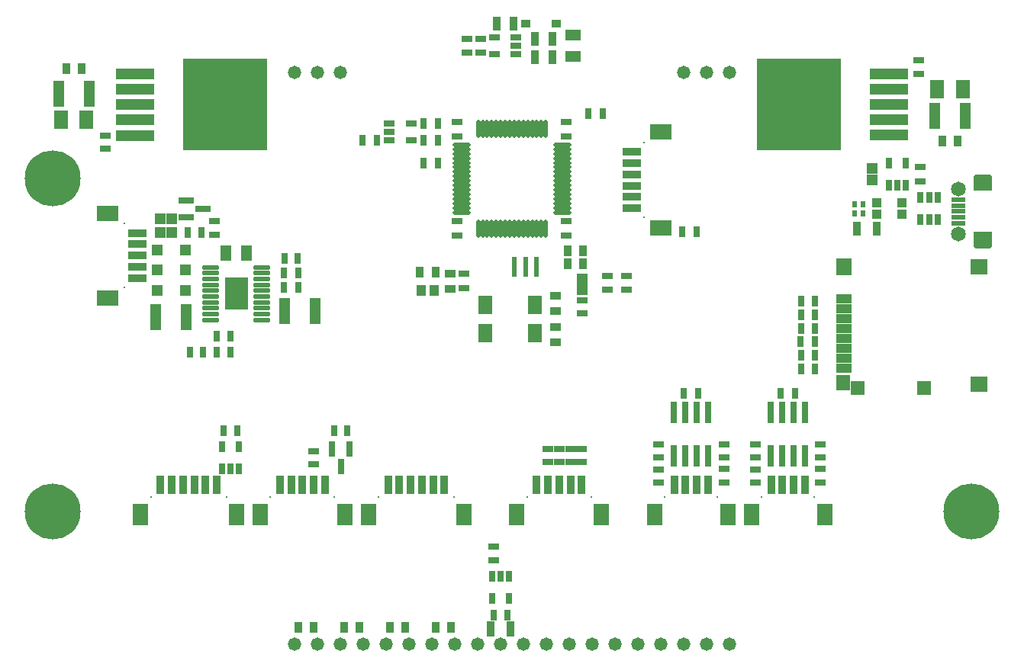
<source format=gbs>
G04 Layer_Color=16711935*
%FSLAX44Y44*%
%MOMM*%
G71*
G01*
G75*
%ADD82R,0.7532X1.1532*%
%ADD83C,1.4732*%
%ADD84C,6.2032*%
%ADD85C,0.2032*%
%ADD86C,1.6532*%
G04:AMPARAMS|DCode=87|XSize=1.2032mm|YSize=2.1032mm|CornerRadius=0.3516mm|HoleSize=0mm|Usage=FLASHONLY|Rotation=270.000|XOffset=0mm|YOffset=0mm|HoleType=Round|Shape=RoundedRectangle|*
%AMROUNDEDRECTD87*
21,1,1.2032,1.4000,0,0,270.0*
21,1,0.5000,2.1032,0,0,270.0*
1,1,0.7032,-0.7000,-0.2500*
1,1,0.7032,-0.7000,0.2500*
1,1,0.7032,0.7000,0.2500*
1,1,0.7032,0.7000,-0.2500*
%
%ADD87ROUNDEDRECTD87*%
%ADD88R,1.8032X2.4032*%
%ADD89R,0.9032X2.0032*%
%ADD90R,2.1032X1.2032*%
%ADD91R,1.5532X0.6032*%
%ADD92R,1.7032X1.0032*%
%ADD93R,1.5032X1.4932*%
%ADD94R,1.5032X1.8032*%
%ADD95R,1.7032X1.9032*%
%ADD96R,1.9032X1.7032*%
%ADD97R,2.0032X0.9032*%
%ADD98R,2.4032X1.8032*%
%ADD99R,0.6032X2.3032*%
%ADD100R,1.1532X0.7532*%
%ADD101R,1.1532X0.7032*%
%ADD102R,0.8032X2.4032*%
%ADD103R,0.7032X1.1532*%
%ADD104R,0.8032X1.3032*%
%ADD105R,0.8032X1.2532*%
%ADD106R,1.1032X1.1032*%
%ADD107R,0.9532X1.5032*%
%ADD108R,0.6032X0.8032*%
%ADD109R,1.2032X1.2032*%
%ADD110R,0.8532X1.2532*%
%ADD111R,1.1532X3.0032*%
%ADD112R,1.5032X2.0032*%
%ADD113R,9.3032X10.2532*%
%ADD114R,4.3532X1.2032*%
%ADD115R,1.7532X1.1532*%
%ADD116R,0.9032X1.6032*%
%ADD117R,1.2532X0.8032*%
%ADD118R,1.0032X0.8532*%
%ADD119O,0.5032X2.0032*%
%ADD120O,2.0032X0.5032*%
%ADD121R,1.2532X0.8532*%
%ADD122R,1.5032X2.1032*%
%ADD123R,1.1032X1.2532*%
%ADD124O,1.9032X0.5532*%
%ADD125R,2.6032X3.6032*%
%ADD126R,1.1532X1.7532*%
%ADD127R,1.2032X1.3032*%
%ADD128R,1.7032X0.7532*%
%ADD129R,1.2032X1.2032*%
%ADD130R,0.7532X1.7032*%
%ADD131R,0.9532X1.6532*%
D82*
X205000Y141000D02*
D03*
X189000D02*
D03*
X314250Y-38750D02*
D03*
X298250D02*
D03*
X206750D02*
D03*
X190750D02*
D03*
X320500Y18600D02*
D03*
X336500D02*
D03*
X101000Y272000D02*
D03*
X85000D02*
D03*
X-98500Y217500D02*
D03*
X-82500D02*
D03*
Y242500D02*
D03*
X-98500D02*
D03*
Y261500D02*
D03*
X-82500D02*
D03*
X-149500Y242500D02*
D03*
X-165500D02*
D03*
X-237000Y78750D02*
D03*
X-253000D02*
D03*
X-237000Y95000D02*
D03*
X-253000D02*
D03*
X-312000Y25000D02*
D03*
X-328000D02*
D03*
D83*
X241300Y317500D02*
D03*
X215900D02*
D03*
X190500D02*
D03*
X-190500D02*
D03*
X-215900D02*
D03*
X-241300D02*
D03*
Y-317500D02*
D03*
X-215900D02*
D03*
X-190500D02*
D03*
X-165100D02*
D03*
X-139700D02*
D03*
X-114300D02*
D03*
X-88900D02*
D03*
X-63500D02*
D03*
X-38100D02*
D03*
X-12700D02*
D03*
X12700D02*
D03*
X38100D02*
D03*
X63500D02*
D03*
X88900D02*
D03*
X114300D02*
D03*
X139700D02*
D03*
X165100D02*
D03*
X190500D02*
D03*
X215900D02*
D03*
X241300D02*
D03*
D84*
X-510000Y200000D02*
D03*
Y-170000D02*
D03*
X510000D02*
D03*
D85*
X277000Y-154000D02*
D03*
X335500D02*
D03*
X169500D02*
D03*
X228000D02*
D03*
X-317000D02*
D03*
X-400500D02*
D03*
X-268000D02*
D03*
X-197000D02*
D03*
X-64500D02*
D03*
X-148000D02*
D03*
X146550Y240150D02*
D03*
Y156650D02*
D03*
X17000Y-154000D02*
D03*
X88000D02*
D03*
X-430000Y150000D02*
D03*
Y79000D02*
D03*
D86*
X495250Y188500D02*
D03*
Y138500D02*
D03*
D87*
X522250Y128500D02*
D03*
Y198500D02*
D03*
D88*
X265500Y-173000D02*
D03*
X347000D02*
D03*
X158000D02*
D03*
X239500D02*
D03*
X-305500D02*
D03*
X-412000D02*
D03*
X-279500D02*
D03*
X-185500D02*
D03*
X-53000D02*
D03*
X-159500D02*
D03*
X5500D02*
D03*
X99500D02*
D03*
D89*
X325000Y-140000D02*
D03*
X312500D02*
D03*
X300000D02*
D03*
X287500D02*
D03*
X217500D02*
D03*
X205000D02*
D03*
X192500D02*
D03*
X180000D02*
D03*
X-377500D02*
D03*
X-365000D02*
D03*
X-352500D02*
D03*
X-340000D02*
D03*
X-327500D02*
D03*
X-390000D02*
D03*
X-207500D02*
D03*
X-220000D02*
D03*
X-232500D02*
D03*
X-245000D02*
D03*
X-257500D02*
D03*
X-125000D02*
D03*
X-112500D02*
D03*
X-100000D02*
D03*
X-87500D02*
D03*
X-75000D02*
D03*
X-137500D02*
D03*
X77500D02*
D03*
X65000D02*
D03*
X52500D02*
D03*
X40000D02*
D03*
X27500D02*
D03*
D90*
X522250Y134750D02*
D03*
Y192250D02*
D03*
D91*
X495250Y176500D02*
D03*
Y170000D02*
D03*
Y163500D02*
D03*
Y157000D02*
D03*
Y150500D02*
D03*
D92*
X368500Y-10900D02*
D03*
Y100D02*
D03*
Y11100D02*
D03*
Y22100D02*
D03*
Y33100D02*
D03*
Y44100D02*
D03*
Y55100D02*
D03*
Y66100D02*
D03*
D93*
X383500Y-32500D02*
D03*
X457500D02*
D03*
D94*
X367500Y-26400D02*
D03*
D95*
X368500Y101600D02*
D03*
D96*
X518000D02*
D03*
Y-28300D02*
D03*
D97*
X132550Y179650D02*
D03*
Y192150D02*
D03*
Y204650D02*
D03*
Y217150D02*
D03*
Y229650D02*
D03*
Y167150D02*
D03*
X-416000Y89500D02*
D03*
Y102000D02*
D03*
Y114500D02*
D03*
Y127000D02*
D03*
Y139500D02*
D03*
D98*
X165550Y251650D02*
D03*
Y145150D02*
D03*
X-449000Y161500D02*
D03*
Y67500D02*
D03*
D99*
X27000Y102000D02*
D03*
X15000D02*
D03*
X3000D02*
D03*
D100*
X342500Y-138000D02*
D03*
Y-122000D02*
D03*
X235000Y-138000D02*
D03*
Y-122000D02*
D03*
X453190Y196850D02*
D03*
Y212850D02*
D03*
X-35000Y339500D02*
D03*
Y355500D02*
D03*
X-50000Y339500D02*
D03*
Y355500D02*
D03*
X60500Y247000D02*
D03*
Y263000D02*
D03*
X-60500Y263000D02*
D03*
Y247000D02*
D03*
X60500Y137000D02*
D03*
Y153000D02*
D03*
X-60500Y153000D02*
D03*
Y137000D02*
D03*
X-53500Y94000D02*
D03*
Y78000D02*
D03*
D101*
X342500Y-95000D02*
D03*
Y-110000D02*
D03*
X270000Y-123000D02*
D03*
Y-138000D02*
D03*
X270000Y-95000D02*
D03*
Y-110000D02*
D03*
X235000Y-95000D02*
D03*
Y-110000D02*
D03*
X162500Y-123000D02*
D03*
Y-138000D02*
D03*
X162500Y-95000D02*
D03*
Y-110000D02*
D03*
X451250Y331250D02*
D03*
Y316250D02*
D03*
X-451250Y233000D02*
D03*
Y248000D02*
D03*
X127000Y76500D02*
D03*
Y91500D02*
D03*
X106000D02*
D03*
Y76500D02*
D03*
X78000Y50000D02*
D03*
Y65000D02*
D03*
X-330000Y152500D02*
D03*
Y137500D02*
D03*
X-220000Y-102500D02*
D03*
Y-117500D02*
D03*
X77500Y-115000D02*
D03*
Y-100000D02*
D03*
X65000Y-115000D02*
D03*
Y-100000D02*
D03*
X52500Y-115000D02*
D03*
Y-100000D02*
D03*
X40000Y-115000D02*
D03*
Y-100000D02*
D03*
X-20200Y-209000D02*
D03*
Y-224000D02*
D03*
D102*
X179700Y-59750D02*
D03*
X192400D02*
D03*
X205100D02*
D03*
X217800D02*
D03*
X179700Y-107750D02*
D03*
X192400D02*
D03*
X205100D02*
D03*
X217800D02*
D03*
X287200Y-59750D02*
D03*
X299900D02*
D03*
X312600D02*
D03*
X325300D02*
D03*
X287200Y-107750D02*
D03*
X299900D02*
D03*
X312600D02*
D03*
X325300D02*
D03*
D103*
X321000Y-11400D02*
D03*
X336000D02*
D03*
X321000Y3600D02*
D03*
X336000D02*
D03*
X321000Y33600D02*
D03*
X336000D02*
D03*
X321000Y48600D02*
D03*
X336000D02*
D03*
X321000Y63600D02*
D03*
X336000D02*
D03*
X-237500Y111250D02*
D03*
X-252500D02*
D03*
X-342500Y7500D02*
D03*
X-357500D02*
D03*
X-312500D02*
D03*
X-327500D02*
D03*
X-344750Y140500D02*
D03*
X-359750D02*
D03*
X-320000Y-80000D02*
D03*
X-305000D02*
D03*
X-182500Y-80000D02*
D03*
X-197500D02*
D03*
X-5200Y-285000D02*
D03*
X-20200D02*
D03*
D104*
X472250Y154250D02*
D03*
X462750D02*
D03*
X453250D02*
D03*
Y179250D02*
D03*
X462750D02*
D03*
X472250D02*
D03*
D105*
X437290Y192850D02*
D03*
X427790D02*
D03*
X418290D02*
D03*
Y216850D02*
D03*
X437290D02*
D03*
X-303000Y-122000D02*
D03*
X-312500D02*
D03*
X-322000D02*
D03*
Y-98000D02*
D03*
X-303000D02*
D03*
X-22200Y-266000D02*
D03*
X-3200D02*
D03*
Y-242000D02*
D03*
X-12700D02*
D03*
X-22200D02*
D03*
D106*
X432750Y172750D02*
D03*
X404750D02*
D03*
Y160750D02*
D03*
X432750D02*
D03*
D107*
X404500Y144000D02*
D03*
X382500D02*
D03*
D108*
X380110Y171830D02*
D03*
X389110D02*
D03*
X380110Y161670D02*
D03*
X389110D02*
D03*
D109*
X399850Y198600D02*
D03*
Y211100D02*
D03*
X78000Y88750D02*
D03*
Y76250D02*
D03*
D110*
X494500Y242000D02*
D03*
X477500D02*
D03*
X-494500Y322250D02*
D03*
X-477500D02*
D03*
X79000Y120000D02*
D03*
X62000D02*
D03*
X79000Y105000D02*
D03*
X62000D02*
D03*
X-85000Y96000D02*
D03*
X-102000D02*
D03*
X-84700Y-298450D02*
D03*
X-67700D02*
D03*
X-135500D02*
D03*
X-118500D02*
D03*
X-186300D02*
D03*
X-169300D02*
D03*
X-237100D02*
D03*
X-220100D02*
D03*
D111*
X502750Y270000D02*
D03*
X469250D02*
D03*
X-502750Y294250D02*
D03*
X-469250D02*
D03*
X-252000Y52750D02*
D03*
X-218500D02*
D03*
X-361500Y46250D02*
D03*
X-395000D02*
D03*
D112*
X500000Y299000D02*
D03*
X472000D02*
D03*
X-500000Y265250D02*
D03*
X-472000D02*
D03*
D113*
X318250Y282250D02*
D03*
X-318250Y282000D02*
D03*
D114*
X418250Y248250D02*
D03*
Y265250D02*
D03*
Y282250D02*
D03*
Y299250D02*
D03*
Y316250D02*
D03*
X-418250Y316000D02*
D03*
Y299000D02*
D03*
Y282000D02*
D03*
Y265000D02*
D03*
Y248000D02*
D03*
D115*
X67500Y335750D02*
D03*
Y359250D02*
D03*
D116*
X44500Y335000D02*
D03*
X25500D02*
D03*
X44500Y355000D02*
D03*
X25500D02*
D03*
X-17000Y372500D02*
D03*
X2000D02*
D03*
D117*
X-19500Y357000D02*
D03*
Y338000D02*
D03*
X4500D02*
D03*
Y347500D02*
D03*
Y357000D02*
D03*
X-136000Y242500D02*
D03*
Y252000D02*
D03*
Y261500D02*
D03*
X-112000D02*
D03*
Y242500D02*
D03*
D118*
X49500Y372500D02*
D03*
X15500D02*
D03*
D119*
X37500Y144500D02*
D03*
X32500D02*
D03*
X27500D02*
D03*
X22500D02*
D03*
X17500D02*
D03*
X12500D02*
D03*
X7500D02*
D03*
X2500D02*
D03*
X-2500D02*
D03*
X-7500D02*
D03*
X-12500D02*
D03*
X-17500D02*
D03*
X-22500D02*
D03*
X-27500D02*
D03*
X-32500D02*
D03*
X-37500D02*
D03*
Y255500D02*
D03*
X-32500D02*
D03*
X-27500D02*
D03*
X-22500D02*
D03*
X-17500D02*
D03*
X-12500D02*
D03*
X-7500D02*
D03*
X-2500D02*
D03*
X2500D02*
D03*
X7500D02*
D03*
X12500D02*
D03*
X17500D02*
D03*
X22500D02*
D03*
X27500D02*
D03*
X32500D02*
D03*
X37500D02*
D03*
D120*
X-55500Y162500D02*
D03*
Y167500D02*
D03*
Y172500D02*
D03*
Y177500D02*
D03*
Y182500D02*
D03*
Y187500D02*
D03*
Y192500D02*
D03*
Y197500D02*
D03*
Y202500D02*
D03*
Y207500D02*
D03*
Y212500D02*
D03*
Y217500D02*
D03*
Y222500D02*
D03*
Y227500D02*
D03*
Y232500D02*
D03*
Y237500D02*
D03*
X55500D02*
D03*
Y232500D02*
D03*
Y227500D02*
D03*
Y222500D02*
D03*
Y217500D02*
D03*
Y212500D02*
D03*
Y207500D02*
D03*
Y202500D02*
D03*
Y197500D02*
D03*
Y192500D02*
D03*
Y187500D02*
D03*
Y182500D02*
D03*
Y177500D02*
D03*
Y172500D02*
D03*
Y167500D02*
D03*
Y162500D02*
D03*
D121*
X48500Y35000D02*
D03*
Y18000D02*
D03*
Y70000D02*
D03*
Y53000D02*
D03*
X-68500Y94500D02*
D03*
Y77500D02*
D03*
D122*
X25500Y28000D02*
D03*
X-29500D02*
D03*
Y60000D02*
D03*
X25500D02*
D03*
D123*
X-100500Y76000D02*
D03*
X-86500D02*
D03*
D124*
X-277500Y101500D02*
D03*
Y95000D02*
D03*
Y88500D02*
D03*
Y82000D02*
D03*
Y75500D02*
D03*
Y69000D02*
D03*
Y62500D02*
D03*
Y56000D02*
D03*
Y49500D02*
D03*
Y43000D02*
D03*
X-334500Y101500D02*
D03*
Y95000D02*
D03*
Y88500D02*
D03*
Y82000D02*
D03*
Y75500D02*
D03*
Y69000D02*
D03*
Y62500D02*
D03*
Y56000D02*
D03*
Y49500D02*
D03*
Y43000D02*
D03*
D125*
X-306000Y72250D02*
D03*
D126*
X-317750Y117250D02*
D03*
X-294250D02*
D03*
D127*
X-362750Y75500D02*
D03*
X-393750D02*
D03*
X-362750Y98250D02*
D03*
X-393750D02*
D03*
X-362750Y121000D02*
D03*
X-393750D02*
D03*
D128*
X-361750Y157000D02*
D03*
Y176000D02*
D03*
X-342750Y166500D02*
D03*
D129*
X-390000Y140000D02*
D03*
X-377500D02*
D03*
X-390000Y155000D02*
D03*
X-377500D02*
D03*
D130*
X-190000Y-119500D02*
D03*
X-180500Y-100500D02*
D03*
X-199500D02*
D03*
D131*
X-23450Y-300000D02*
D03*
X-1950D02*
D03*
M02*

</source>
